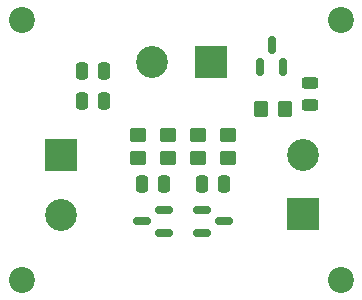
<source format=gbr>
%TF.GenerationSoftware,KiCad,Pcbnew,(6.0.5)*%
%TF.CreationDate,2022-05-30T14:14:05+05:00*%
%TF.ProjectId,multivib,6d756c74-6976-4696-922e-6b696361645f,rev?*%
%TF.SameCoordinates,Original*%
%TF.FileFunction,Soldermask,Top*%
%TF.FilePolarity,Negative*%
%FSLAX46Y46*%
G04 Gerber Fmt 4.6, Leading zero omitted, Abs format (unit mm)*
G04 Created by KiCad (PCBNEW (6.0.5)) date 2022-05-30 14:14:05*
%MOMM*%
%LPD*%
G01*
G04 APERTURE LIST*
G04 Aperture macros list*
%AMRoundRect*
0 Rectangle with rounded corners*
0 $1 Rounding radius*
0 $2 $3 $4 $5 $6 $7 $8 $9 X,Y pos of 4 corners*
0 Add a 4 corners polygon primitive as box body*
4,1,4,$2,$3,$4,$5,$6,$7,$8,$9,$2,$3,0*
0 Add four circle primitives for the rounded corners*
1,1,$1+$1,$2,$3*
1,1,$1+$1,$4,$5*
1,1,$1+$1,$6,$7*
1,1,$1+$1,$8,$9*
0 Add four rect primitives between the rounded corners*
20,1,$1+$1,$2,$3,$4,$5,0*
20,1,$1+$1,$4,$5,$6,$7,0*
20,1,$1+$1,$6,$7,$8,$9,0*
20,1,$1+$1,$8,$9,$2,$3,0*%
G04 Aperture macros list end*
%ADD10R,2.700000X2.700000*%
%ADD11C,2.700000*%
%ADD12RoundRect,0.150000X-0.587500X-0.150000X0.587500X-0.150000X0.587500X0.150000X-0.587500X0.150000X0*%
%ADD13C,2.200000*%
%ADD14RoundRect,0.150000X0.150000X-0.587500X0.150000X0.587500X-0.150000X0.587500X-0.150000X-0.587500X0*%
%ADD15RoundRect,0.250000X0.250000X0.475000X-0.250000X0.475000X-0.250000X-0.475000X0.250000X-0.475000X0*%
%ADD16RoundRect,0.250000X-0.450000X0.350000X-0.450000X-0.350000X0.450000X-0.350000X0.450000X0.350000X0*%
%ADD17RoundRect,0.150000X0.587500X0.150000X-0.587500X0.150000X-0.587500X-0.150000X0.587500X-0.150000X0*%
%ADD18RoundRect,0.250000X0.350000X0.450000X-0.350000X0.450000X-0.350000X-0.450000X0.350000X-0.450000X0*%
%ADD19RoundRect,0.243750X-0.456250X0.243750X-0.456250X-0.243750X0.456250X-0.243750X0.456250X0.243750X0*%
G04 APERTURE END LIST*
D10*
%TO.C,J1*%
X110327500Y-100467500D03*
D11*
X110327500Y-105467500D03*
%TD*%
D12*
%TO.C,Q2*%
X122252500Y-105095000D03*
X122252500Y-106995000D03*
X124127500Y-106045000D03*
%TD*%
D13*
%TO.C,H4*%
X107000000Y-89000000D03*
%TD*%
D14*
%TO.C,Q3*%
X127225000Y-93012500D03*
X129125000Y-93012500D03*
X128175000Y-91137500D03*
%TD*%
D15*
%TO.C,C4*%
X113980000Y-95885000D03*
X112080000Y-95885000D03*
%TD*%
%TO.C,C3*%
X113980000Y-93345000D03*
X112080000Y-93345000D03*
%TD*%
D16*
%TO.C,R2*%
X119380000Y-98695000D03*
X119380000Y-100695000D03*
%TD*%
D10*
%TO.C,J2*%
X123052500Y-92547500D03*
D11*
X118052500Y-92547500D03*
%TD*%
D15*
%TO.C,C2*%
X124140000Y-102870000D03*
X122240000Y-102870000D03*
%TD*%
D17*
%TO.C,Q1*%
X119047500Y-106995000D03*
X119047500Y-105095000D03*
X117172500Y-106045000D03*
%TD*%
D15*
%TO.C,C1*%
X119060000Y-102870000D03*
X117160000Y-102870000D03*
%TD*%
D18*
%TO.C,R5*%
X129270000Y-96520000D03*
X127270000Y-96520000D03*
%TD*%
D13*
%TO.C,H1*%
X107000000Y-111000000D03*
%TD*%
%TO.C,H3*%
X134000000Y-89000000D03*
%TD*%
D10*
%TO.C,J3*%
X130810000Y-105410000D03*
D11*
X130810000Y-100410000D03*
%TD*%
D19*
%TO.C,D1*%
X131445000Y-94312500D03*
X131445000Y-96187500D03*
%TD*%
D16*
%TO.C,R1*%
X116840000Y-98695000D03*
X116840000Y-100695000D03*
%TD*%
%TO.C,R4*%
X124460000Y-98695000D03*
X124460000Y-100695000D03*
%TD*%
%TO.C,R3*%
X121920000Y-98695000D03*
X121920000Y-100695000D03*
%TD*%
D13*
%TO.C,H2*%
X134000000Y-111000000D03*
%TD*%
M02*

</source>
